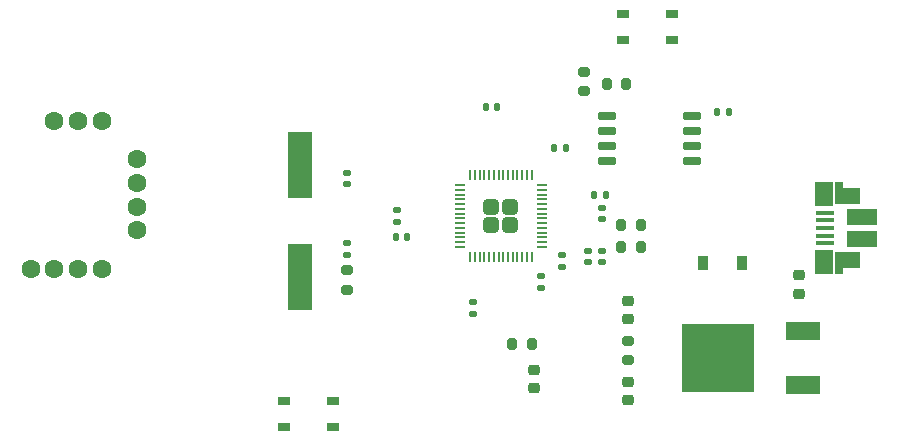
<source format=gbr>
%TF.GenerationSoftware,KiCad,Pcbnew,(6.0.6)*%
%TF.CreationDate,2022-08-27T21:29:47+05:30*%
%TF.ProjectId,rp2040-ble,72703230-3430-42d6-926c-652e6b696361,rev?*%
%TF.SameCoordinates,Original*%
%TF.FileFunction,Paste,Top*%
%TF.FilePolarity,Positive*%
%FSLAX46Y46*%
G04 Gerber Fmt 4.6, Leading zero omitted, Abs format (unit mm)*
G04 Created by KiCad (PCBNEW (6.0.6)) date 2022-08-27 21:29:47*
%MOMM*%
%LPD*%
G01*
G04 APERTURE LIST*
G04 Aperture macros list*
%AMRoundRect*
0 Rectangle with rounded corners*
0 $1 Rounding radius*
0 $2 $3 $4 $5 $6 $7 $8 $9 X,Y pos of 4 corners*
0 Add a 4 corners polygon primitive as box body*
4,1,4,$2,$3,$4,$5,$6,$7,$8,$9,$2,$3,0*
0 Add four circle primitives for the rounded corners*
1,1,$1+$1,$2,$3*
1,1,$1+$1,$4,$5*
1,1,$1+$1,$6,$7*
1,1,$1+$1,$8,$9*
0 Add four rect primitives between the rounded corners*
20,1,$1+$1,$2,$3,$4,$5,0*
20,1,$1+$1,$4,$5,$6,$7,0*
20,1,$1+$1,$6,$7,$8,$9,0*
20,1,$1+$1,$8,$9,$2,$3,0*%
G04 Aperture macros list end*
%ADD10RoundRect,0.200000X0.200000X0.275000X-0.200000X0.275000X-0.200000X-0.275000X0.200000X-0.275000X0*%
%ADD11RoundRect,0.200000X-0.275000X0.200000X-0.275000X-0.200000X0.275000X-0.200000X0.275000X0.200000X0*%
%ADD12RoundRect,0.200000X0.275000X-0.200000X0.275000X0.200000X-0.275000X0.200000X-0.275000X-0.200000X0*%
%ADD13RoundRect,0.200000X-0.200000X-0.275000X0.200000X-0.275000X0.200000X0.275000X-0.200000X0.275000X0*%
%ADD14C,1.600000*%
%ADD15RoundRect,0.225000X0.250000X-0.225000X0.250000X0.225000X-0.250000X0.225000X-0.250000X-0.225000X0*%
%ADD16RoundRect,0.140000X-0.170000X0.140000X-0.170000X-0.140000X0.170000X-0.140000X0.170000X0.140000X0*%
%ADD17RoundRect,0.150000X-0.650000X-0.150000X0.650000X-0.150000X0.650000X0.150000X-0.650000X0.150000X0*%
%ADD18R,2.100000X5.600000*%
%ADD19R,3.000000X1.600000*%
%ADD20R,6.200000X5.800000*%
%ADD21RoundRect,0.140000X0.170000X-0.140000X0.170000X0.140000X-0.170000X0.140000X-0.170000X-0.140000X0*%
%ADD22RoundRect,0.218750X0.256250X-0.218750X0.256250X0.218750X-0.256250X0.218750X-0.256250X-0.218750X0*%
%ADD23RoundRect,0.140000X-0.140000X-0.170000X0.140000X-0.170000X0.140000X0.170000X-0.140000X0.170000X0*%
%ADD24R,0.900000X1.200000*%
%ADD25RoundRect,0.140000X0.140000X0.170000X-0.140000X0.170000X-0.140000X-0.170000X0.140000X-0.170000X0*%
%ADD26R,1.650000X0.400000*%
%ADD27R,0.700000X1.825000*%
%ADD28R,2.500000X1.430000*%
%ADD29R,2.000000X1.350000*%
%ADD30R,1.500000X2.000000*%
%ADD31R,1.041400X0.660400*%
%ADD32RoundRect,0.050000X-0.387500X0.050000X-0.387500X-0.050000X0.387500X-0.050000X0.387500X0.050000X0*%
%ADD33RoundRect,0.050000X-0.050000X0.387500X-0.050000X-0.387500X0.050000X-0.387500X0.050000X0.387500X0*%
%ADD34RoundRect,0.249999X-0.395001X0.395001X-0.395001X-0.395001X0.395001X-0.395001X0.395001X0.395001X0*%
G04 APERTURE END LIST*
D10*
%TO.C,R8*%
X143225000Y-87000000D03*
X141575000Y-87000000D03*
%TD*%
D11*
%TO.C,R7*%
X143400000Y-108775000D03*
X143400000Y-110425000D03*
%TD*%
D12*
%TO.C,R6*%
X139600000Y-87625000D03*
X139600000Y-85975000D03*
%TD*%
D13*
%TO.C,R5*%
X133575000Y-109000000D03*
X135225000Y-109000000D03*
%TD*%
D12*
%TO.C,R4*%
X119600000Y-104425000D03*
X119600000Y-102775000D03*
%TD*%
D10*
%TO.C,R2*%
X144450000Y-100800000D03*
X142800000Y-100800000D03*
%TD*%
%TO.C,R1*%
X144425000Y-99000000D03*
X142775000Y-99000000D03*
%TD*%
D14*
%TO.C,U3*%
X92800000Y-102650000D03*
X94800000Y-102650000D03*
X96800000Y-102650000D03*
X98800000Y-102650000D03*
X101800000Y-99400000D03*
X101800000Y-97400000D03*
X101800000Y-95400000D03*
X101800000Y-93400000D03*
X98800000Y-90150000D03*
X96800000Y-90150000D03*
X94800000Y-90150000D03*
%TD*%
D15*
%TO.C,C16*%
X143400000Y-106950000D03*
X143400000Y-105400000D03*
%TD*%
D16*
%TO.C,C5*%
X140000000Y-101120000D03*
X140000000Y-102080000D03*
%TD*%
D17*
%TO.C,U2*%
X141600000Y-89695000D03*
X141600000Y-90965000D03*
X141600000Y-92235000D03*
X141600000Y-93505000D03*
X148800000Y-93505000D03*
X148800000Y-92235000D03*
X148800000Y-90965000D03*
X148800000Y-89695000D03*
%TD*%
D18*
%TO.C,Y1*%
X115600000Y-93850000D03*
X115600000Y-103350000D03*
%TD*%
D19*
%TO.C,U4*%
X158180000Y-112485000D03*
X158180000Y-107915000D03*
D20*
X151000000Y-110200000D03*
%TD*%
D15*
%TO.C,C15*%
X157800000Y-104775000D03*
X157800000Y-103225000D03*
%TD*%
D21*
%TO.C,C4*%
X123800000Y-98680000D03*
X123800000Y-97720000D03*
%TD*%
D22*
%TO.C,D2*%
X143400000Y-113787500D03*
X143400000Y-112212500D03*
%TD*%
D23*
%TO.C,C12*%
X140520000Y-96400000D03*
X141480000Y-96400000D03*
%TD*%
%TO.C,C14*%
X150920000Y-89400000D03*
X151880000Y-89400000D03*
%TD*%
D16*
%TO.C,C7*%
X136000000Y-103320000D03*
X136000000Y-104280000D03*
%TD*%
D22*
%TO.C,D1*%
X135400000Y-112787500D03*
X135400000Y-111212500D03*
%TD*%
D21*
%TO.C,C9*%
X141200000Y-98480000D03*
X141200000Y-97520000D03*
%TD*%
D23*
%TO.C,C3*%
X131320000Y-89000000D03*
X132280000Y-89000000D03*
%TD*%
D24*
%TO.C,D3*%
X149750000Y-102200000D03*
X153050000Y-102200000D03*
%TD*%
D25*
%TO.C,C11*%
X124680000Y-100000000D03*
X123720000Y-100000000D03*
%TD*%
D21*
%TO.C,C6*%
X130200000Y-106480000D03*
X130200000Y-105520000D03*
%TD*%
D26*
%TO.C,J3*%
X160035000Y-100525000D03*
X160035000Y-99875000D03*
X160035000Y-99225000D03*
X160035000Y-98575000D03*
X160035000Y-97925000D03*
D27*
X161235000Y-102175000D03*
D28*
X163185000Y-98265000D03*
D29*
X161985000Y-101955000D03*
D30*
X159915000Y-96325000D03*
D27*
X161235000Y-96225000D03*
D30*
X159935000Y-102075000D03*
D28*
X163185000Y-100185000D03*
D29*
X161985000Y-96475000D03*
%TD*%
D16*
%TO.C,C10*%
X119600000Y-94520000D03*
X119600000Y-95480000D03*
%TD*%
D31*
%TO.C,SW2*%
X114243300Y-113878401D03*
X118393300Y-113878401D03*
X114243300Y-116028399D03*
X118393300Y-116028399D03*
%TD*%
D23*
%TO.C,C1*%
X137120000Y-92400000D03*
X138080000Y-92400000D03*
%TD*%
D31*
%TO.C,SW1*%
X147075000Y-83274999D03*
X142925000Y-83274999D03*
X147075000Y-81125001D03*
X142925000Y-81125001D03*
%TD*%
D16*
%TO.C,C2*%
X137800000Y-101520000D03*
X137800000Y-102480000D03*
%TD*%
D21*
%TO.C,C13*%
X119600000Y-101480000D03*
X119600000Y-100520000D03*
%TD*%
D16*
%TO.C,C8*%
X141200000Y-101120000D03*
X141200000Y-102080000D03*
%TD*%
D32*
%TO.C,U1*%
X136037500Y-95600000D03*
X136037500Y-96000000D03*
X136037500Y-96400000D03*
X136037500Y-96800000D03*
X136037500Y-97200000D03*
X136037500Y-97600000D03*
X136037500Y-98000000D03*
X136037500Y-98400000D03*
X136037500Y-98800000D03*
X136037500Y-99200000D03*
X136037500Y-99600000D03*
X136037500Y-100000000D03*
X136037500Y-100400000D03*
X136037500Y-100800000D03*
D33*
X135200000Y-101637500D03*
X134800000Y-101637500D03*
X134400000Y-101637500D03*
X134000000Y-101637500D03*
X133600000Y-101637500D03*
X133200000Y-101637500D03*
X132800000Y-101637500D03*
X132400000Y-101637500D03*
X132000000Y-101637500D03*
X131600000Y-101637500D03*
X131200000Y-101637500D03*
X130800000Y-101637500D03*
X130400000Y-101637500D03*
X130000000Y-101637500D03*
D32*
X129162500Y-100800000D03*
X129162500Y-100400000D03*
X129162500Y-100000000D03*
X129162500Y-99600000D03*
X129162500Y-99200000D03*
X129162500Y-98800000D03*
X129162500Y-98400000D03*
X129162500Y-98000000D03*
X129162500Y-97600000D03*
X129162500Y-97200000D03*
X129162500Y-96800000D03*
X129162500Y-96400000D03*
X129162500Y-96000000D03*
X129162500Y-95600000D03*
D33*
X130000000Y-94762500D03*
X130400000Y-94762500D03*
X130800000Y-94762500D03*
X131200000Y-94762500D03*
X131600000Y-94762500D03*
X132000000Y-94762500D03*
X132400000Y-94762500D03*
X132800000Y-94762500D03*
X133200000Y-94762500D03*
X133600000Y-94762500D03*
X134000000Y-94762500D03*
X134400000Y-94762500D03*
X134800000Y-94762500D03*
X135200000Y-94762500D03*
D34*
X133400000Y-99000000D03*
X131800000Y-97400000D03*
X131800000Y-99000000D03*
X133400000Y-97400000D03*
%TD*%
M02*

</source>
